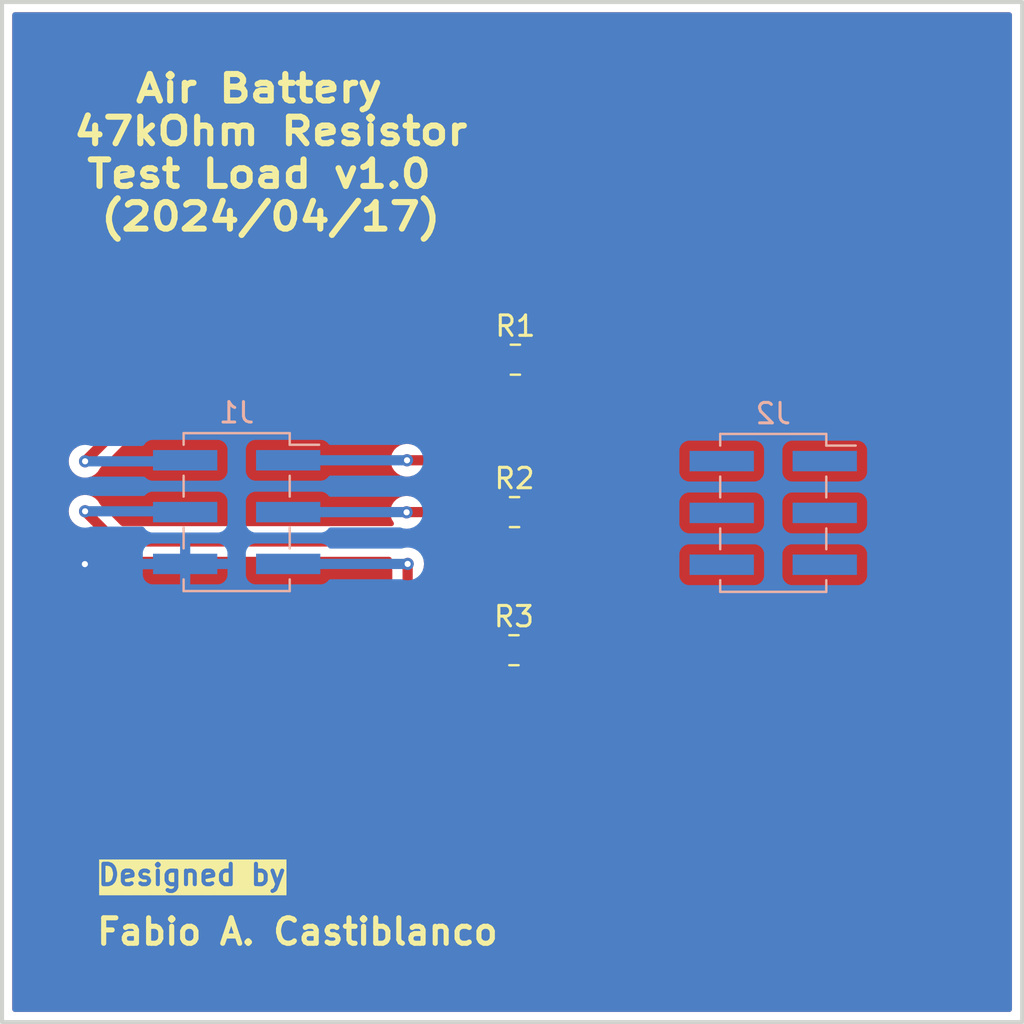
<source format=kicad_pcb>
(kicad_pcb (version 20240108) (generator "pcbnew") (generator_version "8.0")
  (layers (0 "F.Cu" signal) (31 "B.Cu" signal) (34 "B.Paste" user) (35 "F.Paste" user) (36 "B.SilkS" user "B.Silkscreen") (37 "F.SilkS" user "F.Silkscreen") (38 "B.Mask" user) (39 "F.Mask" user) (44 "Edge.Cuts" user))
  (net 0 "")
  (net 1 "/P3+")
  (net 2 "/P1-")
  (net 3 "/P2+")
  (net 4 "/P3-")
  (net 5 "/P2-")
  (net 6 "/P1+")
  (net 7 "/GND")
  (net 8 "/5V_SW")
  (net 9 "/IN6")
  (net 10 "/IN4")
  (net 11 "/IN5")
  (net 12 "/IN3")
  (footprint "Resistor_SMD:R_0805_2012Metric_Pad1.20x1.40mm_HandSolder" (layer "F.Cu") (at 151.78 88.95)
    (property "Reference" "R3" (at 0 -1.65 360) (layer "F.SilkS"))
    (property "Value" "47k")
    (fp_line (start -0.227064 -0.735) (end 0.227064 -0.735) (stroke (width 0.12)) (layer "F.SilkS"))
    (fp_line (start -0.227064 0.735) (end 0.227064 0.735) (stroke (width 0.12)) (layer "F.SilkS"))
    (pad "1" smd roundrect (at -1 0) (size 1.2 1.4) (layers "F.Cu" "F.Paste" "F.Mask") (roundrect_rratio 0.208333) (net 1 "/P3+"))
    (pad "2" smd roundrect (at 1 0) (size 1.2 1.4) (layers "F.Cu" "F.Paste" "F.Mask") (roundrect_rratio 0.208333) (net 4 "/P3-"))
  )
  (footprint "components:iot4ag" (layer "F.Cu") (at 165.898219 65.993)
    (property "Reference" "G2" (hide yes))
    (property "Value" "LOGO" (hide yes))
  )
  (footprint "Resistor_SMD:R_0805_2012Metric_Pad1.20x1.40mm_HandSolder" (layer "F.Cu") (at 151.81 82.18)
    (property "Reference" "R2" (at 0 -1.65 0) (layer "F.SilkS"))
    (property "Value" "47k")
    (fp_line (start -0.227064 -0.735) (end 0.227064 -0.735) (stroke (width 0.12)) (layer "F.SilkS"))
    (fp_line (start -0.227064 0.735) (end 0.227064 0.735) (stroke (width 0.12)) (layer "F.SilkS"))
    (pad "1" smd roundrect (at -1 0) (size 1.2 1.4) (layers "F.Cu" "F.Paste" "F.Mask") (roundrect_rratio 0.208333) (net 3 "/P2+"))
    (pad "2" smd roundrect (at 1 0) (size 1.2 1.4) (layers "F.Cu" "F.Paste" "F.Mask") (roundrect_rratio 0.208333) (net 5 "/P2-"))
  )
  (footprint "Resistor_SMD:R_0805_2012Metric_Pad1.20x1.40mm_HandSolder" (layer "F.Cu") (at 151.85 74.71)
    (property "Reference" "R1" (at 0 -1.65 0) (layer "F.SilkS"))
    (property "Value" "47k")
    (fp_line (start -0.227064 -0.735) (end 0.227064 -0.735) (stroke (width 0.12)) (layer "F.SilkS"))
    (fp_line (start -0.227064 0.735) (end 0.227064 0.735) (stroke (width 0.12)) (layer "F.SilkS"))
    (pad "1" smd roundrect (at -1 0) (size 1.2 1.4) (layers "F.Cu" "F.Paste" "F.Mask") (roundrect_rratio 0.208333) (net 6 "/P1+"))
    (pad "2" smd roundrect (at 1 0) (size 1.2 1.4) (layers "F.Cu" "F.Paste" "F.Mask") (roundrect_rratio 0.208333) (net 2 "/P1-"))
  )
  (footprint "components:OATS" (layer "F.Cu") (at 165.85 62.36)
    (property "Reference" "G1" (hide yes))
    (property "Value" "LOGO" (hide yes))
  )
  (footprint "Connector_PinHeader_2.54mm:PinHeader_2x03_P2.54mm_Vertical_SMD" (layer "B.Cu") (at 164.49 82.22 180)
    (property "Reference" "J2" (at 0 4.87 180) (layer "B.SilkS") (effects (justify mirror)))
    (property "Value" "Conn_02x03_Odd_Even" (hide yes))
    (fp_line (start 2.6 3.87) (end -2.6 3.87) (stroke (width 0.12)) (layer "B.SilkS"))
    (fp_line (start 2.6 3.3) (end 2.6 3.87) (stroke (width 0.12)) (layer "B.SilkS"))
    (fp_line (start 2.6 0.76) (end 2.6 1.78) (stroke (width 0.12)) (layer "B.SilkS"))
    (fp_line (start 2.6 -1.78) (end 2.6 -0.76) (stroke (width 0.12)) (layer "B.SilkS"))
    (fp_line (start 2.6 -3.87) (end 2.6 -3.3) (stroke (width 0.12)) (layer "B.SilkS"))
    (fp_line (start 2.6 -3.87) (end -2.6 -3.87) (stroke (width 0.12)) (layer "B.SilkS"))
    (fp_line (start -2.6 3.3) (end -2.6 3.87) (stroke (width 0.12)) (layer "B.SilkS"))
    (fp_line (start -2.6 3.3) (end -4.04 3.3) (stroke (width 0.12)) (layer "B.SilkS"))
    (fp_line (start -2.6 0.76) (end -2.6 1.78) (stroke (width 0.12)) (layer "B.SilkS"))
    (fp_line (start -2.6 -1.78) (end -2.6 -0.76) (stroke (width 0.12)) (layer "B.SilkS"))
    (fp_line (start -2.6 -3.87) (end -2.6 -3.3) (stroke (width 0.12)) (layer "B.SilkS"))
    (pad "1" smd rect (at -2.525 2.54 180) (size 3.15 1) (layers "B.Cu" "B.Paste" "B.Mask") (net 8 "/5V_SW"))
    (pad "2" smd rect (at 2.525 2.54 180) (size 3.15 1) (layers "B.Cu" "B.Paste" "B.Mask") (net 7 "/GND"))
    (pad "3" smd rect (at -2.525 0 180) (size 3.15 1) (layers "B.Cu" "B.Paste" "B.Mask") (net 12 "/IN3"))
    (pad "4" smd rect (at 2.525 0 180) (size 3.15 1) (layers "B.Cu" "B.Paste" "B.Mask") (net 10 "/IN4"))
    (pad "5" smd rect (at -2.525 -2.54 180) (size 3.15 1) (layers "B.Cu" "B.Paste" "B.Mask") (net 11 "/IN5"))
    (pad "6" smd rect (at 2.525 -2.54 180) (size 3.15 1) (layers "B.Cu" "B.Paste" "B.Mask") (net 9 "/IN6"))
  )
  (footprint "Connector_PinHeader_2.54mm:PinHeader_2x03_P2.54mm_Vertical_SMD" (layer "B.Cu") (at 138.19 82.18 180)
    (property "Reference" "J1" (at 0 4.87 180) (layer "B.SilkS") (effects (justify mirror)))
    (property "Value" "Conn_02x03_Odd_Even")
    (fp_line (start 2.6 3.87) (end -2.6 3.87) (stroke (width 0.12)) (layer "B.SilkS"))
    (fp_line (start 2.6 3.3) (end 2.6 3.87) (stroke (width 0.12)) (layer "B.SilkS"))
    (fp_line (start 2.6 0.76) (end 2.6 1.78) (stroke (width 0.12)) (layer "B.SilkS"))
    (fp_line (start 2.6 -1.78) (end 2.6 -0.76) (stroke (width 0.12)) (layer "B.SilkS"))
    (fp_line (start 2.6 -3.87) (end 2.6 -3.3) (stroke (width 0.12)) (layer "B.SilkS"))
    (fp_line (start 2.6 -3.87) (end -2.6 -3.87) (stroke (width 0.12)) (layer "B.SilkS"))
    (fp_line (start -2.6 3.3) (end -2.6 3.87) (stroke (width 0.12)) (layer "B.SilkS"))
    (fp_line (start -2.6 3.3) (end -4.04 3.3) (stroke (width 0.12)) (layer "B.SilkS"))
    (fp_line (start -2.6 0.76) (end -2.6 1.78) (stroke (width 0.12)) (layer "B.SilkS"))
    (fp_line (start -2.6 -1.78) (end -2.6 -0.76) (stroke (width 0.12)) (layer "B.SilkS"))
    (fp_line (start -2.6 -3.87) (end -2.6 -3.3) (stroke (width 0.12)) (layer "B.SilkS"))
    (pad "1" smd rect (at -2.525 2.54 180) (size 3.15 1) (layers "B.Cu" "B.Paste" "B.Mask") (net 6 "/P1+"))
    (pad "2" smd rect (at 2.525 2.54 180) (size 3.15 1) (layers "B.Cu" "B.Paste" "B.Mask") (net 2 "/P1-"))
    (pad "3" smd rect (at -2.525 0 180) (size 3.15 1) (layers "B.Cu" "B.Paste" "B.Mask") (net 3 "/P2+"))
    (pad "4" smd rect (at 2.525 0 180) (size 3.15 1) (layers "B.Cu" "B.Paste" "B.Mask") (net 5 "/P2-"))
    (pad "5" smd rect (at -2.525 -2.54 180) (size 3.15 1) (layers "B.Cu" "B.Paste" "B.Mask") (net 1 "/P3+"))
    (pad "6" smd rect (at 2.525 -2.54 180) (size 3.15 1) (layers "B.Cu" "B.Paste" "B.Mask") (net 4 "/P3-"))
  )
  (gr_rect (start 126.69 57.18) (end 176.69 107.18) (stroke (width 0.2)) (fill none) (layer "Edge.Cuts"))
  (gr_text "Air Battery \n47kOhm Resistor\nTest Load v1.0 \n(2024/04/17)" (at 139.86 68.46 0) (layer "F.SilkS") (effects (font (size 1.3 1.5) (thickness 0.3) (bold yes)) (justify bottom)))
  (gr_text "Fabio A. Castiblanco " (at 131.21 103.48 0) (layer "F.SilkS") (effects (font (size 1.25 1.25) (thickness 0.25) (bold yes)) (justify left bottom)))
  (gr_text "Designed by" (at 131.29 100.55 0) (layer "F.SilkS" knockout) (effects (font (size 1 1) (thickness 0.2) (bold yes)) (justify left bottom)))
  (segment (start 146.57 86.63) (end 148.89 88.95) (width 0.5) (layer "F.Cu") (net 1))
  (segment (start 148.89 88.95) (end 150.78 88.95) (width 0.5) (layer "F.Cu") (net 1))
  (segment (start 146.57 84.72) (end 146.57 86.63) (width 0.5) (layer "F.Cu") (net 1))
  (via (at 146.57 84.72) (size 0.6) (drill 0.3) (layers "F.Cu" "B.Cu") (net 1))
  (segment (start 146.57 84.72) (end 141.99 84.72) (width 0.5) (layer "B.Cu") (net 1))
  (segment (start 152.85 72.52) (end 152.85 74.71) (width 0.5) (layer "F.Cu") (net 2))
  (segment (start 139.01 71.44) (end 151.77 71.44) (width 0.5) (layer "F.Cu") (net 2))
  (segment (start 151.77 71.44) (end 152.85 72.52) (width 0.5) (layer "F.Cu") (net 2))
  (segment (start 130.76 79.69) (end 139.01 71.44) (width 0.5) (layer "F.Cu") (net 2))
  (via (at 130.76 79.69) (size 0.6) (drill 0.3) (layers "F.Cu" "B.Cu") (net 2))
  (segment (start 130.76 79.69) (end 135.615 79.69) (width 0.5) (layer "B.Cu") (net 2))
  (segment (start 135.615 79.69) (end 135.665 79.64) (width 0.5) (layer "B.Cu") (net 2))
  (segment (start 146.53 82.18) (end 150.81 82.18) (width 0.5) (layer "F.Cu") (net 3))
  (segment (start 146.52 82.19) (end 146.53 82.18) (width 0.2) (layer "F.Cu") (net 3))
  (via (at 146.52 82.19) (size 0.6) (drill 0.3) (layers "F.Cu" "B.Cu") (net 3))
  (segment (start 146.51 82.18) (end 141.99 82.18) (width 0.5) (layer "B.Cu") (net 3))
  (segment (start 146.52 82.19) (end 146.51 82.18) (width 0.2) (layer "B.Cu") (net 3))
  (segment (start 152.78 88.95) (end 152.78 90.02) (width 0.5) (layer "F.Cu") (net 4))
  (segment (start 152.78 90.02) (end 152.27 90.53) (width 0.5) (layer "F.Cu") (net 4))
  (segment (start 136.55 90.53) (end 130.75 84.73) (width 0.5) (layer "F.Cu") (net 4))
  (segment (start 152.27 90.53) (end 136.55 90.53) (width 0.5) (layer "F.Cu") (net 4))
  (via (at 130.75 84.73) (size 0.6) (drill 0.3) (layers "F.Cu" "B.Cu") (net 4))
  (segment (start 135.655 84.73) (end 135.665 84.72) (width 0.5) (layer "B.Cu") (net 4))
  (segment (start 130.75 84.73) (end 135.655 84.73) (width 0.5) (layer "B.Cu") (net 4))
  (segment (start 132.24 83.62) (end 152.28 83.62) (width 0.5) (layer "F.Cu") (net 5))
  (segment (start 152.28 83.62) (end 152.81 83.09) (width 0.5) (layer "F.Cu") (net 5))
  (segment (start 130.76 82.14) (end 132.24 83.62) (width 0.5) (layer "F.Cu") (net 5))
  (segment (start 152.81 83.09) (end 152.81 82.18) (width 0.5) (layer "F.Cu") (net 5))
  (via (at 130.76 82.14) (size 0.6) (drill 0.3) (layers "F.Cu" "B.Cu") (net 5))
  (segment (start 135.625 82.14) (end 135.665 82.18) (width 0.5) (layer "B.Cu") (net 5))
  (segment (start 130.76 82.14) (end 135.625 82.14) (width 0.5) (layer "B.Cu") (net 5))
  (segment (start 150.85 77.19) (end 150.85 74.71) (width 0.5) (layer "F.Cu") (net 6))
  (segment (start 148.4 79.64) (end 150.85 77.19) (width 0.5) (layer "F.Cu") (net 6))
  (segment (start 146.54 79.64) (end 148.4 79.64) (width 0.5) (layer "F.Cu") (net 6))
  (via (at 146.54 79.64) (size 0.6) (drill 0.3) (layers "F.Cu" "B.Cu") (net 6))
  (segment (start 146.54 79.64) (end 141.99 79.64) (width 0.5) (layer "B.Cu") (net 6))
  (zone (net 0) (net_name "") (layer "F.Cu") (connect_pads (clearance 0.5)) (min_thickness 0.25) (fill yes (thermal_gap 0.5) (thermal_bridge_width 0.5))
    (polygon (pts (xy 126.69 57.18) (xy 126.69 107.18) (xy 176.69 107.18) (xy 176.69 57.18)))
  )
  (zone (net 4) (net_name "/P3-") (layer "B.Cu") (priority 1) (connect_pads (clearance 0.5)) (min_thickness 0.25) (fill yes (thermal_gap 0.5) (thermal_bridge_width 0.5))
    (polygon (pts (xy 176.69 57.18) (xy 126.69 57.18) (xy 126.69 107.18) (xy 176.69 107.18)))
  )
)
</source>
